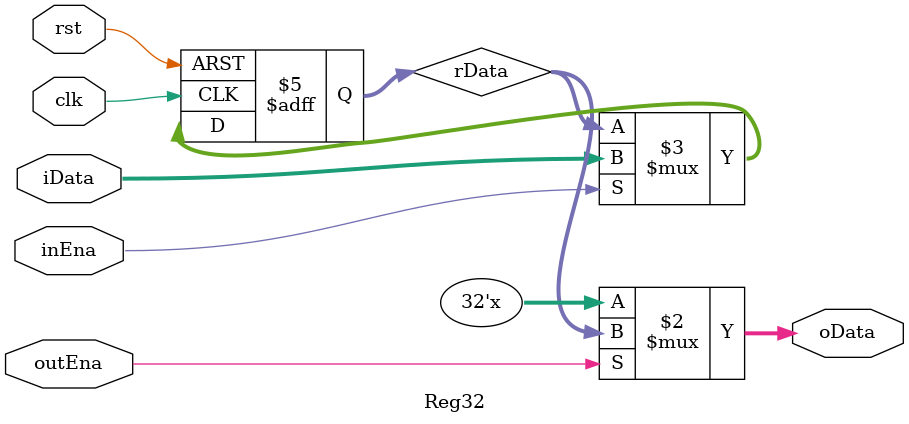
<source format=v>
`timescale 1ns / 1ps

`include "defines.vh"

module Reg32 #(
        parameter INIT_VALUE = 32'b0
    ) (
        input wire clk,
        input wire rst,
        input wire inEna,
        input wire outEna,
        input wire [31:0] iData,
        output wire [31:0] oData
    );

    reg [31:0] rData;

    always @ (posedge clk or posedge rst) begin
        if(rst) rData <= INIT_VALUE;
        else if(inEna) rData <= iData;
    end

    assign oData = outEna ? rData : 32'bz;

endmodule

</source>
